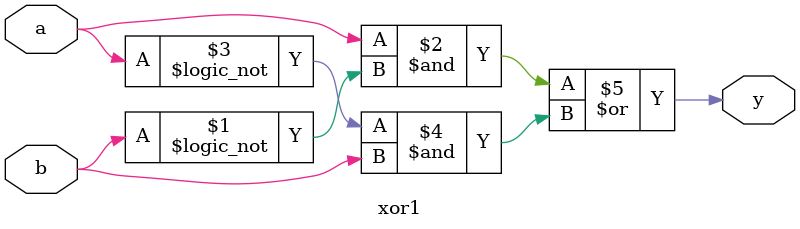
<source format=v>
`timescale 1ns / 1ps
module xor1(
    input a,
    input b,
    output y
    );
assign y=(a&!b)|(!a&b);

endmodule

</source>
